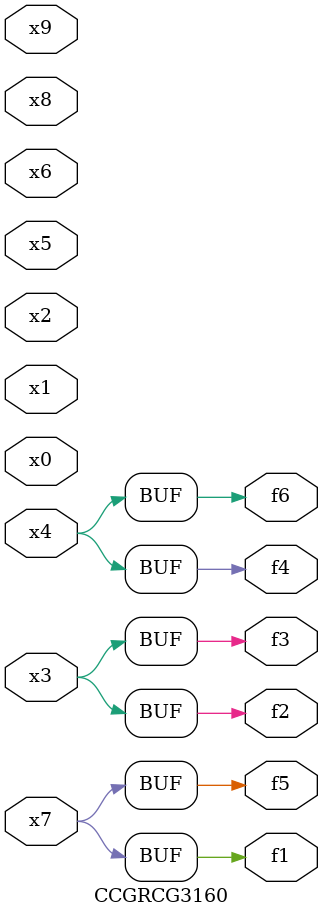
<source format=v>
module CCGRCG3160(
	input x0, x1, x2, x3, x4, x5, x6, x7, x8, x9,
	output f1, f2, f3, f4, f5, f6
);
	assign f1 = x7;
	assign f2 = x3;
	assign f3 = x3;
	assign f4 = x4;
	assign f5 = x7;
	assign f6 = x4;
endmodule

</source>
